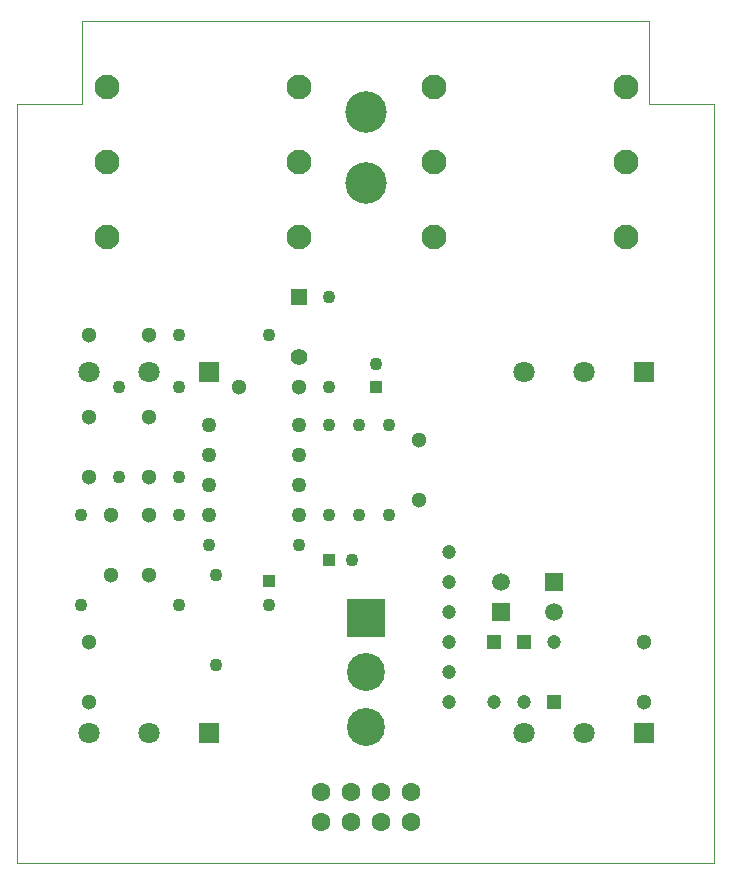
<source format=gbs>
G75*
%MOIN*%
%OFA0B0*%
%FSLAX25Y25*%
%IPPOS*%
%LPD*%
%AMOC8*
5,1,8,0,0,1.08239X$1,22.5*
%
%ADD10R,0.07087X0.07087*%
%ADD11C,0.07087*%
%ADD12C,0.05118*%
%ADD13R,0.04331X0.04331*%
%ADD14C,0.04331*%
%ADD15C,0.08268*%
%ADD16C,0.13843*%
%ADD17C,0.06299*%
%ADD18C,0.00000*%
%ADD19C,0.05512*%
%ADD20R,0.05512X0.05512*%
%ADD21C,0.05000*%
%ADD22C,0.04724*%
%ADD23R,0.04724X0.04724*%
%ADD24C,0.05906*%
%ADD25R,0.05906X0.05906*%
%ADD26R,0.12661X0.12661*%
%ADD27C,0.12661*%
D10*
X0068750Y0048913D03*
X0068750Y0169163D03*
X0213750Y0169163D03*
X0213750Y0048913D03*
D11*
X0193750Y0048913D03*
X0173750Y0048913D03*
X0173750Y0169163D03*
X0193750Y0169163D03*
X0048750Y0169163D03*
X0028750Y0169163D03*
X0028750Y0048913D03*
X0048750Y0048913D03*
D12*
X0028750Y0059100D03*
X0028750Y0079100D03*
X0036250Y0101600D03*
X0048750Y0101600D03*
X0048750Y0121600D03*
X0048750Y0134100D03*
X0036250Y0121600D03*
X0028750Y0134100D03*
X0028750Y0154100D03*
X0048750Y0154100D03*
X0048750Y0181600D03*
X0028750Y0181600D03*
X0078750Y0164100D03*
X0098750Y0164100D03*
X0138750Y0146600D03*
X0138750Y0126600D03*
X0213750Y0079100D03*
X0213750Y0059100D03*
D13*
X0124495Y0164170D03*
X0108820Y0106605D03*
X0088755Y0099530D03*
D14*
X0088752Y0091670D03*
X0071250Y0101600D03*
X0068750Y0111600D03*
X0058750Y0121600D03*
X0058750Y0134100D03*
X0038750Y0134100D03*
X0026250Y0121600D03*
X0026250Y0091600D03*
X0058750Y0091600D03*
X0071250Y0071600D03*
X0098750Y0111600D03*
X0108750Y0121600D03*
X0118750Y0121600D03*
X0128750Y0121600D03*
X0116680Y0106602D03*
X0118750Y0151600D03*
X0108750Y0151600D03*
X0108750Y0164100D03*
X0124498Y0172030D03*
X0128750Y0151600D03*
X0108750Y0194100D03*
X0088750Y0181600D03*
X0058750Y0181600D03*
X0058750Y0164100D03*
X0038750Y0164100D03*
D15*
X0034801Y0214350D03*
X0034801Y0239350D03*
X0034801Y0264350D03*
X0098699Y0264350D03*
X0098699Y0239350D03*
X0098699Y0214350D03*
X0143801Y0214350D03*
X0143801Y0239350D03*
X0143801Y0264350D03*
X0207699Y0264350D03*
X0207699Y0239350D03*
X0207699Y0214350D03*
D16*
X0121250Y0232188D03*
X0121250Y0255810D03*
D17*
X0116250Y0029100D03*
X0116250Y0019100D03*
X0106250Y0019100D03*
X0106250Y0029100D03*
X0126250Y0029100D03*
X0126250Y0019100D03*
X0136250Y0019100D03*
X0136250Y0029100D03*
D18*
X0237283Y0005600D02*
X0005000Y0005600D01*
X0005000Y0258631D01*
X0026654Y0258631D01*
X0026654Y0286191D01*
X0215630Y0286191D01*
X0215630Y0258631D01*
X0237283Y0258631D01*
X0237283Y0005600D01*
D19*
X0098750Y0174100D03*
D20*
X0098750Y0194100D03*
D21*
X0098750Y0151600D03*
X0098750Y0141600D03*
X0098750Y0131600D03*
X0098750Y0121600D03*
X0068750Y0121600D03*
X0068750Y0131600D03*
X0068750Y0141600D03*
X0068750Y0151600D03*
D22*
X0148750Y0109100D03*
X0148750Y0099100D03*
X0148750Y0089100D03*
X0148750Y0079100D03*
X0148750Y0069100D03*
X0148750Y0059100D03*
X0163750Y0059100D03*
X0173750Y0059100D03*
X0183750Y0079100D03*
D23*
X0173750Y0079100D03*
X0163750Y0079100D03*
X0183750Y0059100D03*
D24*
X0183750Y0089100D03*
X0166250Y0099100D03*
D25*
X0166250Y0089100D03*
X0183750Y0099100D03*
D26*
X0121250Y0087350D03*
D27*
X0121250Y0069100D03*
X0121250Y0050950D03*
M02*

</source>
